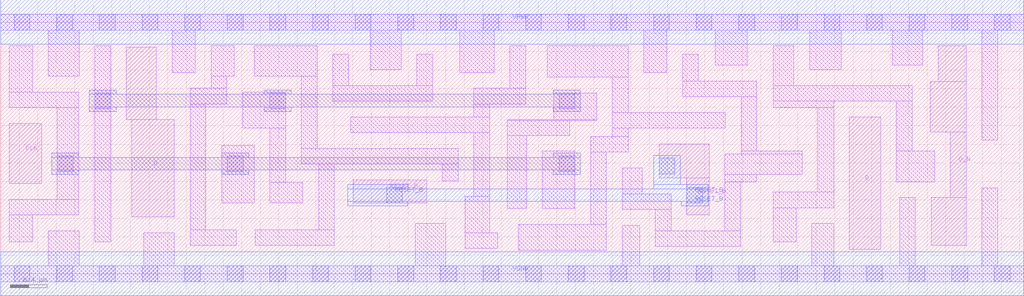
<source format=lef>
# Copyright 2020 The SkyWater PDK Authors
#
# Licensed under the Apache License, Version 2.0 (the "License");
# you may not use this file except in compliance with the License.
# You may obtain a copy of the License at
#
#     https://www.apache.org/licenses/LICENSE-2.0
#
# Unless required by applicable law or agreed to in writing, software
# distributed under the License is distributed on an "AS IS" BASIS,
# WITHOUT WARRANTIES OR CONDITIONS OF ANY KIND, either express or implied.
# See the License for the specific language governing permissions and
# limitations under the License.
#
# SPDX-License-Identifier: Apache-2.0

VERSION 5.7 ;
  NAMESCASESENSITIVE ON ;
  NOWIREEXTENSIONATPIN ON ;
  DIVIDERCHAR "/" ;
  BUSBITCHARS "[]" ;
UNITS
  DATABASE MICRONS 200 ;
END UNITS
MACRO sky130_fd_sc_hd__dfrbp_2
  CLASS CORE ;
  SOURCE USER ;
  FOREIGN sky130_fd_sc_hd__dfrbp_2 ;
  ORIGIN  0.000000  0.000000 ;
  SIZE  11.04000 BY  2.720000 ;
  SYMMETRY X Y R90 ;
  SITE unithd ;
  PIN D
    ANTENNAGATEAREA  0.126000 ;
    DIRECTION INPUT ;
    USE SIGNAL ;
    PORT
      LAYER li1 ;
        RECT 1.355000 1.665000 1.680000 2.450000 ;
        RECT 1.415000 0.615000 1.875000 1.665000 ;
    END
  END D
  PIN Q
    ANTENNADIFFAREA  0.511500 ;
    DIRECTION OUTPUT ;
    USE SIGNAL ;
    PORT
      LAYER li1 ;
        RECT 9.160000 0.265000 9.495000 1.695000 ;
    END
  END Q
  PIN Q_N
    ANTENNADIFFAREA  0.445500 ;
    DIRECTION OUTPUT ;
    USE SIGNAL ;
    PORT
      LAYER li1 ;
        RECT 10.030000 1.535000 10.420000 2.080000 ;
        RECT 10.040000 0.310000 10.420000 0.825000 ;
        RECT 10.120000 2.080000 10.420000 2.465000 ;
        RECT 10.250000 0.825000 10.420000 1.535000 ;
    END
  END Q_N
  PIN RESET_B
    ANTENNAGATEAREA  0.252000 ;
    DIRECTION INPUT ;
    USE SIGNAL ;
    PORT
      LAYER li1 ;
        RECT 3.805000 0.765000 4.595000 1.015000 ;
      LAYER mcon ;
        RECT 4.165000 0.765000 4.335000 0.935000 ;
    END
    PORT
      LAYER li1 ;
        RECT 7.105000 1.035000 7.645000 1.405000 ;
        RECT 7.405000 0.635000 7.645000 1.035000 ;
      LAYER mcon ;
        RECT 7.105000 1.080000 7.275000 1.250000 ;
        RECT 7.405000 0.765000 7.575000 0.935000 ;
    END
    PORT
      LAYER met1 ;
        RECT 3.745000 0.735000 4.395000 0.780000 ;
        RECT 3.745000 0.780000 7.635000 0.920000 ;
        RECT 3.745000 0.920000 4.395000 0.965000 ;
        RECT 7.045000 0.920000 7.635000 0.965000 ;
        RECT 7.045000 0.965000 7.335000 1.280000 ;
        RECT 7.345000 0.735000 7.635000 0.780000 ;
    END
  END RESET_B
  PIN CLK
    ANTENNAGATEAREA  0.159000 ;
    DIRECTION INPUT ;
    USE CLOCK ;
    PORT
      LAYER li1 ;
        RECT 0.090000 0.975000 0.440000 1.625000 ;
    END
  END CLK
  PIN VGND
    DIRECTION INOUT ;
    SHAPE ABUTMENT ;
    USE GROUND ;
    PORT
      LAYER met1 ;
        RECT 0.000000 -0.240000 11.040000 0.240000 ;
    END
  END VGND
  PIN VPWR
    DIRECTION INOUT ;
    SHAPE ABUTMENT ;
    USE POWER ;
    PORT
      LAYER met1 ;
        RECT 0.000000 2.480000 11.040000 2.960000 ;
    END
  END VPWR
  OBS
    LAYER li1 ;
      RECT  0.000000 -0.085000 11.040000 0.085000 ;
      RECT  0.000000  2.635000 11.040000 2.805000 ;
      RECT  0.090000  0.345000  0.345000 0.635000 ;
      RECT  0.090000  0.635000  0.840000 0.805000 ;
      RECT  0.090000  1.795000  0.840000 1.965000 ;
      RECT  0.090000  1.965000  0.345000 2.465000 ;
      RECT  0.515000  0.085000  0.845000 0.465000 ;
      RECT  0.515000  2.135000  0.845000 2.635000 ;
      RECT  0.610000  0.805000  0.840000 1.795000 ;
      RECT  1.015000  0.345000  1.185000 2.465000 ;
      RECT  1.545000  0.085000  1.875000 0.445000 ;
      RECT  1.850000  2.175000  2.100000 2.635000 ;
      RECT  2.045000  0.305000  2.540000 0.475000 ;
      RECT  2.045000  0.475000  2.215000 1.835000 ;
      RECT  2.045000  1.835000  2.440000 2.005000 ;
      RECT  2.270000  2.005000  2.440000 2.135000 ;
      RECT  2.270000  2.135000  2.520000 2.465000 ;
      RECT  2.385000  0.765000  2.735000 1.385000 ;
      RECT  2.610000  1.575000  3.075000 1.965000 ;
      RECT  2.735000  2.135000  3.415000 2.465000 ;
      RECT  2.745000  0.305000  3.600000 0.475000 ;
      RECT  2.905000  0.765000  3.260000 0.985000 ;
      RECT  2.905000  0.985000  3.075000 1.575000 ;
      RECT  3.245000  1.185000  4.935000 1.355000 ;
      RECT  3.245000  1.355000  3.415000 2.135000 ;
      RECT  3.430000  0.475000  3.600000 1.185000 ;
      RECT  3.585000  1.865000  4.660000 2.035000 ;
      RECT  3.585000  2.035000  3.755000 2.375000 ;
      RECT  3.775000  1.525000  5.275000 1.695000 ;
      RECT  3.990000  2.205000  4.320000 2.635000 ;
      RECT  4.475000  0.085000  4.805000 0.545000 ;
      RECT  4.490000  2.035000  4.660000 2.375000 ;
      RECT  4.765000  1.005000  4.935000 1.185000 ;
      RECT  4.955000  2.175000  5.325000 2.635000 ;
      RECT  5.015000  0.275000  5.365000 0.445000 ;
      RECT  5.015000  0.445000  5.275000 0.835000 ;
      RECT  5.105000  0.835000  5.275000 1.525000 ;
      RECT  5.105000  1.695000  5.275000 1.835000 ;
      RECT  5.105000  1.835000  5.665000 2.005000 ;
      RECT  5.465000  0.705000  5.675000 1.495000 ;
      RECT  5.465000  1.495000  6.140000 1.655000 ;
      RECT  5.465000  1.655000  6.430000 1.665000 ;
      RECT  5.495000  2.005000  5.665000 2.465000 ;
      RECT  5.585000  0.255000  6.535000 0.535000 ;
      RECT  5.845000  0.705000  6.195000 1.325000 ;
      RECT  5.900000  2.125000  6.770000 2.465000 ;
      RECT  5.970000  1.665000  6.430000 1.955000 ;
      RECT  6.365000  0.535000  6.535000 1.315000 ;
      RECT  6.365000  1.315000  6.770000 1.485000 ;
      RECT  6.600000  1.485000  6.770000 1.575000 ;
      RECT  6.600000  1.575000  7.820000 1.745000 ;
      RECT  6.600000  1.745000  6.770000 2.125000 ;
      RECT  6.705000  0.085000  6.895000 0.525000 ;
      RECT  6.705000  0.695000  7.235000 0.865000 ;
      RECT  6.705000  0.865000  6.925000 1.145000 ;
      RECT  6.940000  2.175000  7.190000 2.635000 ;
      RECT  7.065000  0.295000  7.985000 0.465000 ;
      RECT  7.065000  0.465000  7.235000 0.695000 ;
      RECT  7.360000  1.915000  8.160000 2.085000 ;
      RECT  7.360000  2.085000  7.530000 2.375000 ;
      RECT  7.710000  2.255000  8.055000 2.635000 ;
      RECT  7.815000  0.465000  7.985000 0.995000 ;
      RECT  7.815000  0.995000  8.160000 1.075000 ;
      RECT  7.815000  1.075000  8.650000 1.295000 ;
      RECT  7.990000  1.295000  8.650000 1.325000 ;
      RECT  7.990000  1.325000  8.160000 1.915000 ;
      RECT  8.335000  0.345000  8.585000 0.715000 ;
      RECT  8.335000  0.715000  8.990000 0.885000 ;
      RECT  8.335000  1.795000  8.990000 1.865000 ;
      RECT  8.335000  1.865000  9.835000 2.035000 ;
      RECT  8.335000  2.035000  8.560000 2.465000 ;
      RECT  8.730000  2.205000  9.070000 2.635000 ;
      RECT  8.755000  0.085000  8.990000 0.545000 ;
      RECT  8.820000  0.885000  8.990000 1.795000 ;
      RECT  9.620000  2.255000  9.950000 2.635000 ;
      RECT  9.665000  0.995000 10.080000 1.325000 ;
      RECT  9.665000  1.325000  9.835000 1.865000 ;
      RECT  9.700000  0.085000  9.870000 0.825000 ;
      RECT 10.590000  0.085000 10.760000 0.930000 ;
      RECT 10.590000  1.445000 10.760000 2.635000 ;
    LAYER mcon ;
      RECT  0.145000 -0.085000  0.315000 0.085000 ;
      RECT  0.145000  2.635000  0.315000 2.805000 ;
      RECT  0.605000 -0.085000  0.775000 0.085000 ;
      RECT  0.605000  2.635000  0.775000 2.805000 ;
      RECT  0.610000  1.105000  0.780000 1.275000 ;
      RECT  1.015000  1.785000  1.185000 1.955000 ;
      RECT  1.065000 -0.085000  1.235000 0.085000 ;
      RECT  1.065000  2.635000  1.235000 2.805000 ;
      RECT  1.525000 -0.085000  1.695000 0.085000 ;
      RECT  1.525000  2.635000  1.695000 2.805000 ;
      RECT  1.985000 -0.085000  2.155000 0.085000 ;
      RECT  1.985000  2.635000  2.155000 2.805000 ;
      RECT  2.445000 -0.085000  2.615000 0.085000 ;
      RECT  2.445000  1.105000  2.615000 1.275000 ;
      RECT  2.445000  2.635000  2.615000 2.805000 ;
      RECT  2.905000 -0.085000  3.075000 0.085000 ;
      RECT  2.905000  1.785000  3.075000 1.955000 ;
      RECT  2.905000  2.635000  3.075000 2.805000 ;
      RECT  3.365000 -0.085000  3.535000 0.085000 ;
      RECT  3.365000  2.635000  3.535000 2.805000 ;
      RECT  3.825000 -0.085000  3.995000 0.085000 ;
      RECT  3.825000  2.635000  3.995000 2.805000 ;
      RECT  4.285000 -0.085000  4.455000 0.085000 ;
      RECT  4.285000  2.635000  4.455000 2.805000 ;
      RECT  4.745000 -0.085000  4.915000 0.085000 ;
      RECT  4.745000  2.635000  4.915000 2.805000 ;
      RECT  5.205000 -0.085000  5.375000 0.085000 ;
      RECT  5.205000  2.635000  5.375000 2.805000 ;
      RECT  5.665000 -0.085000  5.835000 0.085000 ;
      RECT  5.665000  2.635000  5.835000 2.805000 ;
      RECT  6.025000  1.105000  6.195000 1.275000 ;
      RECT  6.025000  1.785000  6.195000 1.955000 ;
      RECT  6.125000 -0.085000  6.295000 0.085000 ;
      RECT  6.125000  2.635000  6.295000 2.805000 ;
      RECT  6.585000 -0.085000  6.755000 0.085000 ;
      RECT  6.585000  2.635000  6.755000 2.805000 ;
      RECT  7.045000 -0.085000  7.215000 0.085000 ;
      RECT  7.045000  2.635000  7.215000 2.805000 ;
      RECT  7.505000 -0.085000  7.675000 0.085000 ;
      RECT  7.505000  2.635000  7.675000 2.805000 ;
      RECT  7.965000 -0.085000  8.135000 0.085000 ;
      RECT  7.965000  2.635000  8.135000 2.805000 ;
      RECT  8.425000 -0.085000  8.595000 0.085000 ;
      RECT  8.425000  2.635000  8.595000 2.805000 ;
      RECT  8.885000 -0.085000  9.055000 0.085000 ;
      RECT  8.885000  2.635000  9.055000 2.805000 ;
      RECT  9.345000 -0.085000  9.515000 0.085000 ;
      RECT  9.345000  2.635000  9.515000 2.805000 ;
      RECT  9.805000 -0.085000  9.975000 0.085000 ;
      RECT  9.805000  2.635000  9.975000 2.805000 ;
      RECT 10.265000 -0.085000 10.435000 0.085000 ;
      RECT 10.265000  2.635000 10.435000 2.805000 ;
      RECT 10.725000 -0.085000 10.895000 0.085000 ;
      RECT 10.725000  2.635000 10.895000 2.805000 ;
    LAYER met1 ;
      RECT 0.550000 1.075000 0.840000 1.120000 ;
      RECT 0.550000 1.120000 6.255000 1.260000 ;
      RECT 0.550000 1.260000 0.840000 1.305000 ;
      RECT 0.955000 1.755000 1.245000 1.800000 ;
      RECT 0.955000 1.800000 6.255000 1.940000 ;
      RECT 0.955000 1.940000 1.245000 1.985000 ;
      RECT 2.385000 1.075000 2.675000 1.120000 ;
      RECT 2.385000 1.260000 2.675000 1.305000 ;
      RECT 2.845000 1.755000 3.135000 1.800000 ;
      RECT 2.845000 1.940000 3.135000 1.985000 ;
      RECT 5.965000 1.075000 6.255000 1.120000 ;
      RECT 5.965000 1.260000 6.255000 1.305000 ;
      RECT 5.965000 1.755000 6.255000 1.800000 ;
      RECT 5.965000 1.940000 6.255000 1.985000 ;
  END
END sky130_fd_sc_hd__dfrbp_2

</source>
